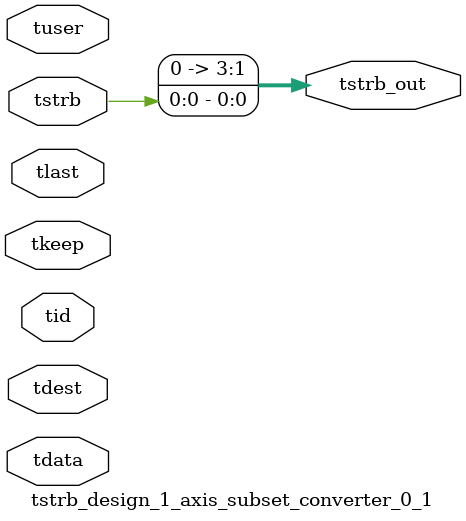
<source format=v>


`timescale 1ps/1ps

module tstrb_design_1_axis_subset_converter_0_1 #
(
parameter C_S_AXIS_TDATA_WIDTH = 32,
parameter C_S_AXIS_TUSER_WIDTH = 0,
parameter C_S_AXIS_TID_WIDTH   = 0,
parameter C_S_AXIS_TDEST_WIDTH = 0,
parameter C_M_AXIS_TDATA_WIDTH = 32
)
(
input  [(C_S_AXIS_TDATA_WIDTH == 0 ? 1 : C_S_AXIS_TDATA_WIDTH)-1:0     ] tdata,
input  [(C_S_AXIS_TUSER_WIDTH == 0 ? 1 : C_S_AXIS_TUSER_WIDTH)-1:0     ] tuser,
input  [(C_S_AXIS_TID_WIDTH   == 0 ? 1 : C_S_AXIS_TID_WIDTH)-1:0       ] tid,
input  [(C_S_AXIS_TDEST_WIDTH == 0 ? 1 : C_S_AXIS_TDEST_WIDTH)-1:0     ] tdest,
input  [(C_S_AXIS_TDATA_WIDTH/8)-1:0 ] tkeep,
input  [(C_S_AXIS_TDATA_WIDTH/8)-1:0 ] tstrb,
input                                                                    tlast,
output [(C_M_AXIS_TDATA_WIDTH/8)-1:0 ] tstrb_out
);

assign tstrb_out = {tstrb[0:0]};

endmodule


</source>
